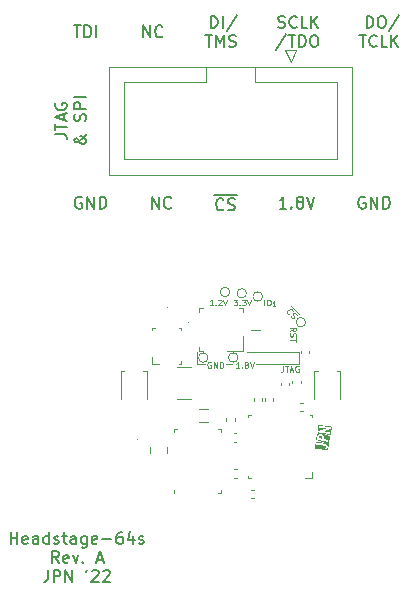
<source format=gto>
%TF.GenerationSoftware,KiCad,Pcbnew,(6.0.0)*%
%TF.CreationDate,2022-01-25T07:30:51-08:00*%
%TF.ProjectId,headstage-64s,68656164-7374-4616-9765-2d3634732e6b,A*%
%TF.SameCoordinates,Original*%
%TF.FileFunction,Legend,Top*%
%TF.FilePolarity,Positive*%
%FSLAX46Y46*%
G04 Gerber Fmt 4.6, Leading zero omitted, Abs format (unit mm)*
G04 Created by KiCad (PCBNEW (6.0.0)) date 2022-01-25 07:30:51*
%MOMM*%
%LPD*%
G01*
G04 APERTURE LIST*
%ADD10C,0.150000*%
%ADD11C,0.120000*%
%ADD12C,0.125000*%
%ADD13C,0.200000*%
G04 APERTURE END LIST*
D10*
X104880952Y-75342380D02*
X104880952Y-74342380D01*
X104880952Y-74818571D02*
X105452380Y-74818571D01*
X105452380Y-75342380D02*
X105452380Y-74342380D01*
X106309523Y-75294761D02*
X106214285Y-75342380D01*
X106023809Y-75342380D01*
X105928571Y-75294761D01*
X105880952Y-75199523D01*
X105880952Y-74818571D01*
X105928571Y-74723333D01*
X106023809Y-74675714D01*
X106214285Y-74675714D01*
X106309523Y-74723333D01*
X106357142Y-74818571D01*
X106357142Y-74913809D01*
X105880952Y-75009047D01*
X107214285Y-75342380D02*
X107214285Y-74818571D01*
X107166666Y-74723333D01*
X107071428Y-74675714D01*
X106880952Y-74675714D01*
X106785714Y-74723333D01*
X107214285Y-75294761D02*
X107119047Y-75342380D01*
X106880952Y-75342380D01*
X106785714Y-75294761D01*
X106738095Y-75199523D01*
X106738095Y-75104285D01*
X106785714Y-75009047D01*
X106880952Y-74961428D01*
X107119047Y-74961428D01*
X107214285Y-74913809D01*
X108119047Y-75342380D02*
X108119047Y-74342380D01*
X108119047Y-75294761D02*
X108023809Y-75342380D01*
X107833333Y-75342380D01*
X107738095Y-75294761D01*
X107690476Y-75247142D01*
X107642857Y-75151904D01*
X107642857Y-74866190D01*
X107690476Y-74770952D01*
X107738095Y-74723333D01*
X107833333Y-74675714D01*
X108023809Y-74675714D01*
X108119047Y-74723333D01*
X108547619Y-75294761D02*
X108642857Y-75342380D01*
X108833333Y-75342380D01*
X108928571Y-75294761D01*
X108976190Y-75199523D01*
X108976190Y-75151904D01*
X108928571Y-75056666D01*
X108833333Y-75009047D01*
X108690476Y-75009047D01*
X108595238Y-74961428D01*
X108547619Y-74866190D01*
X108547619Y-74818571D01*
X108595238Y-74723333D01*
X108690476Y-74675714D01*
X108833333Y-74675714D01*
X108928571Y-74723333D01*
X109261904Y-74675714D02*
X109642857Y-74675714D01*
X109404761Y-74342380D02*
X109404761Y-75199523D01*
X109452380Y-75294761D01*
X109547619Y-75342380D01*
X109642857Y-75342380D01*
X110404761Y-75342380D02*
X110404761Y-74818571D01*
X110357142Y-74723333D01*
X110261904Y-74675714D01*
X110071428Y-74675714D01*
X109976190Y-74723333D01*
X110404761Y-75294761D02*
X110309523Y-75342380D01*
X110071428Y-75342380D01*
X109976190Y-75294761D01*
X109928571Y-75199523D01*
X109928571Y-75104285D01*
X109976190Y-75009047D01*
X110071428Y-74961428D01*
X110309523Y-74961428D01*
X110404761Y-74913809D01*
X111309523Y-74675714D02*
X111309523Y-75485238D01*
X111261904Y-75580476D01*
X111214285Y-75628095D01*
X111119047Y-75675714D01*
X110976190Y-75675714D01*
X110880952Y-75628095D01*
X111309523Y-75294761D02*
X111214285Y-75342380D01*
X111023809Y-75342380D01*
X110928571Y-75294761D01*
X110880952Y-75247142D01*
X110833333Y-75151904D01*
X110833333Y-74866190D01*
X110880952Y-74770952D01*
X110928571Y-74723333D01*
X111023809Y-74675714D01*
X111214285Y-74675714D01*
X111309523Y-74723333D01*
X112166666Y-75294761D02*
X112071428Y-75342380D01*
X111880952Y-75342380D01*
X111785714Y-75294761D01*
X111738095Y-75199523D01*
X111738095Y-74818571D01*
X111785714Y-74723333D01*
X111880952Y-74675714D01*
X112071428Y-74675714D01*
X112166666Y-74723333D01*
X112214285Y-74818571D01*
X112214285Y-74913809D01*
X111738095Y-75009047D01*
X112642857Y-74961428D02*
X113404761Y-74961428D01*
X114309523Y-74342380D02*
X114119047Y-74342380D01*
X114023809Y-74390000D01*
X113976190Y-74437619D01*
X113880952Y-74580476D01*
X113833333Y-74770952D01*
X113833333Y-75151904D01*
X113880952Y-75247142D01*
X113928571Y-75294761D01*
X114023809Y-75342380D01*
X114214285Y-75342380D01*
X114309523Y-75294761D01*
X114357142Y-75247142D01*
X114404761Y-75151904D01*
X114404761Y-74913809D01*
X114357142Y-74818571D01*
X114309523Y-74770952D01*
X114214285Y-74723333D01*
X114023809Y-74723333D01*
X113928571Y-74770952D01*
X113880952Y-74818571D01*
X113833333Y-74913809D01*
X115261904Y-74675714D02*
X115261904Y-75342380D01*
X115023809Y-74294761D02*
X114785714Y-75009047D01*
X115404761Y-75009047D01*
X115738095Y-75294761D02*
X115833333Y-75342380D01*
X116023809Y-75342380D01*
X116119047Y-75294761D01*
X116166666Y-75199523D01*
X116166666Y-75151904D01*
X116119047Y-75056666D01*
X116023809Y-75009047D01*
X115880952Y-75009047D01*
X115785714Y-74961428D01*
X115738095Y-74866190D01*
X115738095Y-74818571D01*
X115785714Y-74723333D01*
X115880952Y-74675714D01*
X116023809Y-74675714D01*
X116119047Y-74723333D01*
X108952380Y-76952380D02*
X108619047Y-76476190D01*
X108380952Y-76952380D02*
X108380952Y-75952380D01*
X108761904Y-75952380D01*
X108857142Y-76000000D01*
X108904761Y-76047619D01*
X108952380Y-76142857D01*
X108952380Y-76285714D01*
X108904761Y-76380952D01*
X108857142Y-76428571D01*
X108761904Y-76476190D01*
X108380952Y-76476190D01*
X109761904Y-76904761D02*
X109666666Y-76952380D01*
X109476190Y-76952380D01*
X109380952Y-76904761D01*
X109333333Y-76809523D01*
X109333333Y-76428571D01*
X109380952Y-76333333D01*
X109476190Y-76285714D01*
X109666666Y-76285714D01*
X109761904Y-76333333D01*
X109809523Y-76428571D01*
X109809523Y-76523809D01*
X109333333Y-76619047D01*
X110142857Y-76285714D02*
X110380952Y-76952380D01*
X110619047Y-76285714D01*
X111000000Y-76857142D02*
X111047619Y-76904761D01*
X111000000Y-76952380D01*
X110952380Y-76904761D01*
X111000000Y-76857142D01*
X111000000Y-76952380D01*
X112190476Y-76666666D02*
X112666666Y-76666666D01*
X112095238Y-76952380D02*
X112428571Y-75952380D01*
X112761904Y-76952380D01*
X108047619Y-77562380D02*
X108047619Y-78276666D01*
X108000000Y-78419523D01*
X107904761Y-78514761D01*
X107761904Y-78562380D01*
X107666666Y-78562380D01*
X108523809Y-78562380D02*
X108523809Y-77562380D01*
X108904761Y-77562380D01*
X109000000Y-77610000D01*
X109047619Y-77657619D01*
X109095238Y-77752857D01*
X109095238Y-77895714D01*
X109047619Y-77990952D01*
X109000000Y-78038571D01*
X108904761Y-78086190D01*
X108523809Y-78086190D01*
X109523809Y-78562380D02*
X109523809Y-77562380D01*
X110095238Y-78562380D01*
X110095238Y-77562380D01*
X111380952Y-77562380D02*
X111285714Y-77752857D01*
X111761904Y-77657619D02*
X111809523Y-77610000D01*
X111904761Y-77562380D01*
X112142857Y-77562380D01*
X112238095Y-77610000D01*
X112285714Y-77657619D01*
X112333333Y-77752857D01*
X112333333Y-77848095D01*
X112285714Y-77990952D01*
X111714285Y-78562380D01*
X112333333Y-78562380D01*
X112714285Y-77657619D02*
X112761904Y-77610000D01*
X112857142Y-77562380D01*
X113095238Y-77562380D01*
X113190476Y-77610000D01*
X113238095Y-77657619D01*
X113285714Y-77752857D01*
X113285714Y-77848095D01*
X113238095Y-77990952D01*
X112666666Y-78562380D01*
X113285714Y-78562380D01*
D11*
X123650000Y-60100000D02*
X123110000Y-60100000D01*
X121300000Y-60100000D02*
X120700000Y-60100000D01*
X125675000Y-60100000D02*
X129280000Y-60100000D01*
X124900000Y-59100000D02*
X129280000Y-59100000D01*
X129280000Y-59100000D02*
X129280000Y-60100000D01*
X120700000Y-60100000D02*
X120700000Y-59100000D01*
D12*
X124251428Y-60446190D02*
X123965714Y-60446190D01*
X124108571Y-60446190D02*
X124108571Y-59946190D01*
X124060952Y-60017619D01*
X124013333Y-60065238D01*
X123965714Y-60089047D01*
X124465714Y-60398571D02*
X124489523Y-60422380D01*
X124465714Y-60446190D01*
X124441904Y-60422380D01*
X124465714Y-60398571D01*
X124465714Y-60446190D01*
X124775238Y-60160476D02*
X124727619Y-60136666D01*
X124703809Y-60112857D01*
X124680000Y-60065238D01*
X124680000Y-60041428D01*
X124703809Y-59993809D01*
X124727619Y-59970000D01*
X124775238Y-59946190D01*
X124870476Y-59946190D01*
X124918095Y-59970000D01*
X124941904Y-59993809D01*
X124965714Y-60041428D01*
X124965714Y-60065238D01*
X124941904Y-60112857D01*
X124918095Y-60136666D01*
X124870476Y-60160476D01*
X124775238Y-60160476D01*
X124727619Y-60184285D01*
X124703809Y-60208095D01*
X124680000Y-60255714D01*
X124680000Y-60350952D01*
X124703809Y-60398571D01*
X124727619Y-60422380D01*
X124775238Y-60446190D01*
X124870476Y-60446190D01*
X124918095Y-60422380D01*
X124941904Y-60398571D01*
X124965714Y-60350952D01*
X124965714Y-60255714D01*
X124941904Y-60208095D01*
X124918095Y-60184285D01*
X124870476Y-60160476D01*
X125108571Y-59946190D02*
X125275238Y-60446190D01*
X125441904Y-59946190D01*
X121819047Y-59960000D02*
X121771428Y-59936190D01*
X121700000Y-59936190D01*
X121628571Y-59960000D01*
X121580952Y-60007619D01*
X121557142Y-60055238D01*
X121533333Y-60150476D01*
X121533333Y-60221904D01*
X121557142Y-60317142D01*
X121580952Y-60364761D01*
X121628571Y-60412380D01*
X121700000Y-60436190D01*
X121747619Y-60436190D01*
X121819047Y-60412380D01*
X121842857Y-60388571D01*
X121842857Y-60221904D01*
X121747619Y-60221904D01*
X122057142Y-60436190D02*
X122057142Y-59936190D01*
X122342857Y-60436190D01*
X122342857Y-59936190D01*
X122580952Y-60436190D02*
X122580952Y-59936190D01*
X122700000Y-59936190D01*
X122771428Y-59960000D01*
X122819047Y-60007619D01*
X122842857Y-60055238D01*
X122866666Y-60150476D01*
X122866666Y-60221904D01*
X122842857Y-60317142D01*
X122819047Y-60364761D01*
X122771428Y-60412380D01*
X122700000Y-60436190D01*
X122580952Y-60436190D01*
D11*
X124130000Y-59560000D02*
G75*
G03*
X124130000Y-59560000I-400000J0D01*
G01*
X121590000Y-59570000D02*
G75*
G03*
X121590000Y-59570000I-400000J0D01*
G01*
D13*
X128225236Y-46952380D02*
X127653808Y-46952380D01*
X127939522Y-46952380D02*
X127939522Y-45952380D01*
X127844284Y-46095238D01*
X127749046Y-46190476D01*
X127653808Y-46238095D01*
X128653808Y-46857142D02*
X128701427Y-46904761D01*
X128653808Y-46952380D01*
X128606189Y-46904761D01*
X128653808Y-46857142D01*
X128653808Y-46952380D01*
X129272855Y-46380952D02*
X129177617Y-46333333D01*
X129129998Y-46285714D01*
X129082379Y-46190476D01*
X129082379Y-46142857D01*
X129129998Y-46047619D01*
X129177617Y-46000000D01*
X129272855Y-45952380D01*
X129463332Y-45952380D01*
X129558570Y-46000000D01*
X129606189Y-46047619D01*
X129653808Y-46142857D01*
X129653808Y-46190476D01*
X129606189Y-46285714D01*
X129558570Y-46333333D01*
X129463332Y-46380952D01*
X129272855Y-46380952D01*
X129177617Y-46428571D01*
X129129998Y-46476190D01*
X129082379Y-46571428D01*
X129082379Y-46761904D01*
X129129998Y-46857142D01*
X129177617Y-46904761D01*
X129272855Y-46952380D01*
X129463332Y-46952380D01*
X129558570Y-46904761D01*
X129606189Y-46857142D01*
X129653808Y-46761904D01*
X129653808Y-46571428D01*
X129606189Y-46476190D01*
X129558570Y-46428571D01*
X129463332Y-46380952D01*
X129939522Y-45952380D02*
X130272855Y-46952380D01*
X130606189Y-45952380D01*
X116844285Y-46952380D02*
X116844285Y-45952380D01*
X117415713Y-46952380D01*
X117415713Y-45952380D01*
X118463332Y-46857142D02*
X118415713Y-46904761D01*
X118272856Y-46952380D01*
X118177618Y-46952380D01*
X118034761Y-46904761D01*
X117939523Y-46809523D01*
X117891904Y-46714285D01*
X117844285Y-46523809D01*
X117844285Y-46380952D01*
X117891904Y-46190476D01*
X117939523Y-46095238D01*
X118034761Y-46000000D01*
X118177618Y-45952380D01*
X118272856Y-45952380D01*
X118415713Y-46000000D01*
X118463332Y-46047619D01*
X122082380Y-45810000D02*
X123082380Y-45810000D01*
X122891903Y-46997142D02*
X122844284Y-47044761D01*
X122701427Y-47092380D01*
X122606189Y-47092380D01*
X122463332Y-47044761D01*
X122368094Y-46949523D01*
X122320475Y-46854285D01*
X122272856Y-46663809D01*
X122272856Y-46520952D01*
X122320475Y-46330476D01*
X122368094Y-46235238D01*
X122463332Y-46140000D01*
X122606189Y-46092380D01*
X122701427Y-46092380D01*
X122844284Y-46140000D01*
X122891903Y-46187619D01*
X123082380Y-45810000D02*
X124034760Y-45810000D01*
X123272856Y-47044761D02*
X123415713Y-47092380D01*
X123653808Y-47092380D01*
X123749046Y-47044761D01*
X123796665Y-46997142D01*
X123844284Y-46901904D01*
X123844284Y-46806666D01*
X123796665Y-46711428D01*
X123749046Y-46663809D01*
X123653808Y-46616190D01*
X123463332Y-46568571D01*
X123368094Y-46520952D01*
X123320475Y-46473333D01*
X123272856Y-46378095D01*
X123272856Y-46282857D01*
X123320475Y-46187619D01*
X123368094Y-46140000D01*
X123463332Y-46092380D01*
X123701427Y-46092380D01*
X123844284Y-46140000D01*
X134891904Y-46000000D02*
X134796666Y-45952380D01*
X134653809Y-45952380D01*
X134510952Y-46000000D01*
X134415714Y-46095238D01*
X134368095Y-46190476D01*
X134320476Y-46380952D01*
X134320476Y-46523809D01*
X134368095Y-46714285D01*
X134415714Y-46809523D01*
X134510952Y-46904761D01*
X134653809Y-46952380D01*
X134749047Y-46952380D01*
X134891904Y-46904761D01*
X134939523Y-46857142D01*
X134939523Y-46523809D01*
X134749047Y-46523809D01*
X135368095Y-46952380D02*
X135368095Y-45952380D01*
X135939523Y-46952380D01*
X135939523Y-45952380D01*
X136415714Y-46952380D02*
X136415714Y-45952380D01*
X136653809Y-45952380D01*
X136796666Y-46000000D01*
X136891904Y-46095238D01*
X136939523Y-46190476D01*
X136987142Y-46380952D01*
X136987142Y-46523809D01*
X136939523Y-46714285D01*
X136891904Y-46809523D01*
X136796666Y-46904761D01*
X136653809Y-46952380D01*
X136415714Y-46952380D01*
X135012857Y-31647380D02*
X135012857Y-30647380D01*
X135250952Y-30647380D01*
X135393809Y-30695000D01*
X135489047Y-30790238D01*
X135536666Y-30885476D01*
X135584285Y-31075952D01*
X135584285Y-31218809D01*
X135536666Y-31409285D01*
X135489047Y-31504523D01*
X135393809Y-31599761D01*
X135250952Y-31647380D01*
X135012857Y-31647380D01*
X136203333Y-30647380D02*
X136393809Y-30647380D01*
X136489047Y-30695000D01*
X136584285Y-30790238D01*
X136631904Y-30980714D01*
X136631904Y-31314047D01*
X136584285Y-31504523D01*
X136489047Y-31599761D01*
X136393809Y-31647380D01*
X136203333Y-31647380D01*
X136108095Y-31599761D01*
X136012857Y-31504523D01*
X135965238Y-31314047D01*
X135965238Y-30980714D01*
X136012857Y-30790238D01*
X136108095Y-30695000D01*
X136203333Y-30647380D01*
X137774761Y-30599761D02*
X136917619Y-31885476D01*
X134393809Y-32257380D02*
X134965238Y-32257380D01*
X134679523Y-33257380D02*
X134679523Y-32257380D01*
X135870000Y-33162142D02*
X135822380Y-33209761D01*
X135679523Y-33257380D01*
X135584285Y-33257380D01*
X135441428Y-33209761D01*
X135346190Y-33114523D01*
X135298571Y-33019285D01*
X135250952Y-32828809D01*
X135250952Y-32685952D01*
X135298571Y-32495476D01*
X135346190Y-32400238D01*
X135441428Y-32305000D01*
X135584285Y-32257380D01*
X135679523Y-32257380D01*
X135822380Y-32305000D01*
X135870000Y-32352619D01*
X136774761Y-33257380D02*
X136298571Y-33257380D01*
X136298571Y-32257380D01*
X137108095Y-33257380D02*
X137108095Y-32257380D01*
X137679523Y-33257380D02*
X137250952Y-32685952D01*
X137679523Y-32257380D02*
X137108095Y-32828809D01*
X108647380Y-40666666D02*
X109361666Y-40666666D01*
X109504523Y-40714285D01*
X109599761Y-40809523D01*
X109647380Y-40952380D01*
X109647380Y-41047619D01*
X108647380Y-40333333D02*
X108647380Y-39761904D01*
X109647380Y-40047619D02*
X108647380Y-40047619D01*
X109361666Y-39476190D02*
X109361666Y-39000000D01*
X109647380Y-39571428D02*
X108647380Y-39238095D01*
X109647380Y-38904761D01*
X108695000Y-38047619D02*
X108647380Y-38142857D01*
X108647380Y-38285714D01*
X108695000Y-38428571D01*
X108790238Y-38523809D01*
X108885476Y-38571428D01*
X109075952Y-38619047D01*
X109218809Y-38619047D01*
X109409285Y-38571428D01*
X109504523Y-38523809D01*
X109599761Y-38428571D01*
X109647380Y-38285714D01*
X109647380Y-38190476D01*
X109599761Y-38047619D01*
X109552142Y-38000000D01*
X109218809Y-38000000D01*
X109218809Y-38190476D01*
X111257380Y-40666666D02*
X111257380Y-40714285D01*
X111209761Y-40809523D01*
X111066904Y-40952380D01*
X110781190Y-41190476D01*
X110638333Y-41285714D01*
X110495476Y-41333333D01*
X110400238Y-41333333D01*
X110305000Y-41285714D01*
X110257380Y-41190476D01*
X110257380Y-41142857D01*
X110305000Y-41047619D01*
X110400238Y-41000000D01*
X110447857Y-41000000D01*
X110543095Y-41047619D01*
X110590714Y-41095238D01*
X110781190Y-41380952D01*
X110828809Y-41428571D01*
X110924047Y-41476190D01*
X111066904Y-41476190D01*
X111162142Y-41428571D01*
X111209761Y-41380952D01*
X111257380Y-41285714D01*
X111257380Y-41142857D01*
X111209761Y-41047619D01*
X111162142Y-41000000D01*
X110971666Y-40857142D01*
X110828809Y-40809523D01*
X110733571Y-40809523D01*
X111209761Y-39523809D02*
X111257380Y-39380952D01*
X111257380Y-39142857D01*
X111209761Y-39047619D01*
X111162142Y-39000000D01*
X111066904Y-38952380D01*
X110971666Y-38952380D01*
X110876428Y-39000000D01*
X110828809Y-39047619D01*
X110781190Y-39142857D01*
X110733571Y-39333333D01*
X110685952Y-39428571D01*
X110638333Y-39476190D01*
X110543095Y-39523809D01*
X110447857Y-39523809D01*
X110352619Y-39476190D01*
X110305000Y-39428571D01*
X110257380Y-39333333D01*
X110257380Y-39095238D01*
X110305000Y-38952380D01*
X111257380Y-38523809D02*
X110257380Y-38523809D01*
X110257380Y-38142857D01*
X110305000Y-38047619D01*
X110352619Y-38000000D01*
X110447857Y-37952380D01*
X110590714Y-37952380D01*
X110685952Y-38000000D01*
X110733571Y-38047619D01*
X110781190Y-38142857D01*
X110781190Y-38523809D01*
X111257380Y-37523809D02*
X110257380Y-37523809D01*
X116106904Y-32452380D02*
X116106904Y-31452380D01*
X116678332Y-32452380D01*
X116678332Y-31452380D01*
X117725951Y-32357142D02*
X117678332Y-32404761D01*
X117535475Y-32452380D01*
X117440237Y-32452380D01*
X117297380Y-32404761D01*
X117202142Y-32309523D01*
X117154523Y-32214285D01*
X117106904Y-32023809D01*
X117106904Y-31880952D01*
X117154523Y-31690476D01*
X117202142Y-31595238D01*
X117297380Y-31500000D01*
X117440237Y-31452380D01*
X117535475Y-31452380D01*
X117678332Y-31500000D01*
X117725951Y-31547619D01*
X110891904Y-46000000D02*
X110796666Y-45952380D01*
X110653809Y-45952380D01*
X110510952Y-46000000D01*
X110415714Y-46095238D01*
X110368095Y-46190476D01*
X110320476Y-46380952D01*
X110320476Y-46523809D01*
X110368095Y-46714285D01*
X110415714Y-46809523D01*
X110510952Y-46904761D01*
X110653809Y-46952380D01*
X110749047Y-46952380D01*
X110891904Y-46904761D01*
X110939523Y-46857142D01*
X110939523Y-46523809D01*
X110749047Y-46523809D01*
X111368095Y-46952380D02*
X111368095Y-45952380D01*
X111939523Y-46952380D01*
X111939523Y-45952380D01*
X112415714Y-46952380D02*
X112415714Y-45952380D01*
X112653809Y-45952380D01*
X112796666Y-46000000D01*
X112891904Y-46095238D01*
X112939523Y-46190476D01*
X112987142Y-46380952D01*
X112987142Y-46523809D01*
X112939523Y-46714285D01*
X112891904Y-46809523D01*
X112796666Y-46904761D01*
X112653809Y-46952380D01*
X112415714Y-46952380D01*
X121824760Y-31647380D02*
X121824760Y-30647380D01*
X122062855Y-30647380D01*
X122205713Y-30695000D01*
X122300951Y-30790238D01*
X122348570Y-30885476D01*
X122396189Y-31075952D01*
X122396189Y-31218809D01*
X122348570Y-31409285D01*
X122300951Y-31504523D01*
X122205713Y-31599761D01*
X122062855Y-31647380D01*
X121824760Y-31647380D01*
X122824760Y-31647380D02*
X122824760Y-30647380D01*
X124015236Y-30599761D02*
X123158094Y-31885476D01*
X121348570Y-32257380D02*
X121919998Y-32257380D01*
X121634284Y-33257380D02*
X121634284Y-32257380D01*
X122253332Y-33257380D02*
X122253332Y-32257380D01*
X122586665Y-32971666D01*
X122919998Y-32257380D01*
X122919998Y-33257380D01*
X123348570Y-33209761D02*
X123491427Y-33257380D01*
X123729522Y-33257380D01*
X123824760Y-33209761D01*
X123872379Y-33162142D01*
X123919998Y-33066904D01*
X123919998Y-32971666D01*
X123872379Y-32876428D01*
X123824760Y-32828809D01*
X123729522Y-32781190D01*
X123539046Y-32733571D01*
X123443808Y-32685952D01*
X123396189Y-32638333D01*
X123348570Y-32543095D01*
X123348570Y-32447857D01*
X123396189Y-32352619D01*
X123443808Y-32305000D01*
X123539046Y-32257380D01*
X123777141Y-32257380D01*
X123919998Y-32305000D01*
X127533093Y-31599761D02*
X127675950Y-31647380D01*
X127914045Y-31647380D01*
X128009283Y-31599761D01*
X128056902Y-31552142D01*
X128104522Y-31456904D01*
X128104522Y-31361666D01*
X128056902Y-31266428D01*
X128009283Y-31218809D01*
X127914045Y-31171190D01*
X127723569Y-31123571D01*
X127628331Y-31075952D01*
X127580712Y-31028333D01*
X127533093Y-30933095D01*
X127533093Y-30837857D01*
X127580712Y-30742619D01*
X127628331Y-30695000D01*
X127723569Y-30647380D01*
X127961664Y-30647380D01*
X128104522Y-30695000D01*
X129104522Y-31552142D02*
X129056902Y-31599761D01*
X128914045Y-31647380D01*
X128818807Y-31647380D01*
X128675950Y-31599761D01*
X128580712Y-31504523D01*
X128533093Y-31409285D01*
X128485474Y-31218809D01*
X128485474Y-31075952D01*
X128533093Y-30885476D01*
X128580712Y-30790238D01*
X128675950Y-30695000D01*
X128818807Y-30647380D01*
X128914045Y-30647380D01*
X129056902Y-30695000D01*
X129104522Y-30742619D01*
X130009283Y-31647380D02*
X129533093Y-31647380D01*
X129533093Y-30647380D01*
X130342617Y-31647380D02*
X130342617Y-30647380D01*
X130914045Y-31647380D02*
X130485474Y-31075952D01*
X130914045Y-30647380D02*
X130342617Y-31218809D01*
X128199760Y-32209761D02*
X127342617Y-33495476D01*
X128390236Y-32257380D02*
X128961664Y-32257380D01*
X128675950Y-33257380D02*
X128675950Y-32257380D01*
X129294998Y-33257380D02*
X129294998Y-32257380D01*
X129533093Y-32257380D01*
X129675950Y-32305000D01*
X129771188Y-32400238D01*
X129818807Y-32495476D01*
X129866426Y-32685952D01*
X129866426Y-32828809D01*
X129818807Y-33019285D01*
X129771188Y-33114523D01*
X129675950Y-33209761D01*
X129533093Y-33257380D01*
X129294998Y-33257380D01*
X130485474Y-32257380D02*
X130675950Y-32257380D01*
X130771188Y-32305000D01*
X130866426Y-32400238D01*
X130914045Y-32590714D01*
X130914045Y-32924047D01*
X130866426Y-33114523D01*
X130771188Y-33209761D01*
X130675950Y-33257380D01*
X130485474Y-33257380D01*
X130390236Y-33209761D01*
X130294998Y-33114523D01*
X130247379Y-32924047D01*
X130247379Y-32590714D01*
X130294998Y-32400238D01*
X130390236Y-32305000D01*
X130485474Y-32257380D01*
X110227142Y-31452380D02*
X110798571Y-31452380D01*
X110512857Y-32452380D02*
X110512857Y-31452380D01*
X111131904Y-32452380D02*
X111131904Y-31452380D01*
X111370000Y-31452380D01*
X111512857Y-31500000D01*
X111608095Y-31595238D01*
X111655714Y-31690476D01*
X111703333Y-31880952D01*
X111703333Y-32023809D01*
X111655714Y-32214285D01*
X111608095Y-32309523D01*
X111512857Y-32404761D01*
X111370000Y-32452380D01*
X111131904Y-32452380D01*
X112131904Y-32452380D02*
X112131904Y-31452380D01*
D12*
X126340297Y-55156190D02*
X126340297Y-54656190D01*
X126673630Y-54656190D02*
X126768869Y-54656190D01*
X126816488Y-54680000D01*
X126864107Y-54727619D01*
X126887916Y-54822857D01*
X126887916Y-54989523D01*
X126864107Y-55084761D01*
X126816488Y-55132380D01*
X126768869Y-55156190D01*
X126673630Y-55156190D01*
X126626011Y-55132380D01*
X126578392Y-55084761D01*
X126554583Y-54989523D01*
X126554583Y-54822857D01*
X126578392Y-54727619D01*
X126626011Y-54680000D01*
X126673630Y-54656190D01*
X127287916Y-55210952D02*
X127059345Y-55210952D01*
X127173630Y-55210952D02*
X127173630Y-54810952D01*
X127135535Y-54868095D01*
X127097440Y-54906190D01*
X127059345Y-54925238D01*
X127943154Y-60276190D02*
X127943154Y-60633333D01*
X127919345Y-60704761D01*
X127871726Y-60752380D01*
X127800297Y-60776190D01*
X127752678Y-60776190D01*
X128109821Y-60276190D02*
X128395535Y-60276190D01*
X128252678Y-60776190D02*
X128252678Y-60276190D01*
X128538392Y-60633333D02*
X128776488Y-60633333D01*
X128490773Y-60776190D02*
X128657440Y-60276190D01*
X128824107Y-60776190D01*
X129252678Y-60300000D02*
X129205059Y-60276190D01*
X129133630Y-60276190D01*
X129062202Y-60300000D01*
X129014583Y-60347619D01*
X128990773Y-60395238D01*
X128966964Y-60490476D01*
X128966964Y-60561904D01*
X128990773Y-60657142D01*
X129014583Y-60704761D01*
X129062202Y-60752380D01*
X129133630Y-60776190D01*
X129181250Y-60776190D01*
X129252678Y-60752380D01*
X129276488Y-60728571D01*
X129276488Y-60561904D01*
X129181250Y-60561904D01*
X128533809Y-57316011D02*
X128771904Y-57149345D01*
X128533809Y-57030297D02*
X129033809Y-57030297D01*
X129033809Y-57220773D01*
X129010000Y-57268392D01*
X128986190Y-57292202D01*
X128938571Y-57316011D01*
X128867142Y-57316011D01*
X128819523Y-57292202D01*
X128795714Y-57268392D01*
X128771904Y-57220773D01*
X128771904Y-57030297D01*
X128557619Y-57506488D02*
X128533809Y-57577916D01*
X128533809Y-57696964D01*
X128557619Y-57744583D01*
X128581428Y-57768392D01*
X128629047Y-57792202D01*
X128676666Y-57792202D01*
X128724285Y-57768392D01*
X128748095Y-57744583D01*
X128771904Y-57696964D01*
X128795714Y-57601726D01*
X128819523Y-57554107D01*
X128843333Y-57530297D01*
X128890952Y-57506488D01*
X128938571Y-57506488D01*
X128986190Y-57530297D01*
X129010000Y-57554107D01*
X129033809Y-57601726D01*
X129033809Y-57720773D01*
X129010000Y-57792202D01*
X129033809Y-57935059D02*
X129033809Y-58220773D01*
X128533809Y-58077916D02*
X129033809Y-58077916D01*
X123751904Y-54656190D02*
X124061428Y-54656190D01*
X123894761Y-54846666D01*
X123966190Y-54846666D01*
X124013809Y-54870476D01*
X124037619Y-54894285D01*
X124061428Y-54941904D01*
X124061428Y-55060952D01*
X124037619Y-55108571D01*
X124013809Y-55132380D01*
X123966190Y-55156190D01*
X123823333Y-55156190D01*
X123775714Y-55132380D01*
X123751904Y-55108571D01*
X124275714Y-55108571D02*
X124299523Y-55132380D01*
X124275714Y-55156190D01*
X124251904Y-55132380D01*
X124275714Y-55108571D01*
X124275714Y-55156190D01*
X124466190Y-54656190D02*
X124775714Y-54656190D01*
X124609047Y-54846666D01*
X124680476Y-54846666D01*
X124728095Y-54870476D01*
X124751904Y-54894285D01*
X124775714Y-54941904D01*
X124775714Y-55060952D01*
X124751904Y-55108571D01*
X124728095Y-55132380D01*
X124680476Y-55156190D01*
X124537619Y-55156190D01*
X124490000Y-55132380D01*
X124466190Y-55108571D01*
X124918571Y-54656190D02*
X125085238Y-55156190D01*
X125251904Y-54656190D01*
X122031428Y-55156190D02*
X121745714Y-55156190D01*
X121888571Y-55156190D02*
X121888571Y-54656190D01*
X121840952Y-54727619D01*
X121793333Y-54775238D01*
X121745714Y-54799047D01*
X122245714Y-55108571D02*
X122269523Y-55132380D01*
X122245714Y-55156190D01*
X122221904Y-55132380D01*
X122245714Y-55108571D01*
X122245714Y-55156190D01*
X122460000Y-54703809D02*
X122483809Y-54680000D01*
X122531428Y-54656190D01*
X122650476Y-54656190D01*
X122698095Y-54680000D01*
X122721904Y-54703809D01*
X122745714Y-54751428D01*
X122745714Y-54799047D01*
X122721904Y-54870476D01*
X122436190Y-55156190D01*
X122745714Y-55156190D01*
X122888571Y-54656190D02*
X123055238Y-55156190D01*
X123221904Y-54656190D01*
X128598313Y-55211415D02*
X128951867Y-55564968D01*
X128464805Y-55917343D02*
X128431133Y-55917343D01*
X128363790Y-55883671D01*
X128330118Y-55850000D01*
X128296446Y-55782656D01*
X128296446Y-55715312D01*
X128313282Y-55664805D01*
X128363790Y-55580625D01*
X128414297Y-55530118D01*
X128498477Y-55479610D01*
X128548984Y-55462774D01*
X128616328Y-55462774D01*
X128683671Y-55496446D01*
X128717343Y-55530118D01*
X128751015Y-55597461D01*
X128751015Y-55631133D01*
X128951867Y-55564968D02*
X129288584Y-55901686D01*
X128582656Y-56068866D02*
X128616328Y-56136209D01*
X128700507Y-56220389D01*
X128751015Y-56237225D01*
X128784687Y-56237225D01*
X128835194Y-56220389D01*
X128868866Y-56186717D01*
X128885702Y-56136209D01*
X128885702Y-56102538D01*
X128868866Y-56052030D01*
X128818358Y-55967851D01*
X128801522Y-55917343D01*
X128801522Y-55883671D01*
X128818358Y-55833164D01*
X128852030Y-55799492D01*
X128902538Y-55782656D01*
X128936209Y-55782656D01*
X128986717Y-55799492D01*
X129070896Y-55883671D01*
X129104568Y-55951015D01*
D10*
%TO.C,*%
%TO.C,G\u002A\u002A\u002A*%
G36*
X131088987Y-66194246D02*
G01*
X131100123Y-66195729D01*
X131115305Y-66198648D01*
X131136104Y-66203162D01*
X131144159Y-66204960D01*
X131176608Y-66212883D01*
X131202204Y-66220869D01*
X131221968Y-66229566D01*
X131236921Y-66239620D01*
X131248083Y-66251677D01*
X131256476Y-66266387D01*
X131261501Y-66279352D01*
X131264980Y-66292627D01*
X131266436Y-66306875D01*
X131265769Y-66323541D01*
X131262877Y-66344073D01*
X131257659Y-66369914D01*
X131254063Y-66385630D01*
X131249833Y-66402936D01*
X131246055Y-66417130D01*
X131243175Y-66426613D01*
X131241749Y-66429786D01*
X131237656Y-66429155D01*
X131226863Y-66426974D01*
X131210359Y-66423467D01*
X131189139Y-66418855D01*
X131164198Y-66413359D01*
X131136525Y-66407201D01*
X131107114Y-66400604D01*
X131076958Y-66393787D01*
X131047050Y-66386973D01*
X131018383Y-66380383D01*
X130991950Y-66374241D01*
X130972736Y-66369717D01*
X130970544Y-66365210D01*
X130971029Y-66353535D01*
X130974150Y-66334937D01*
X130979868Y-66309661D01*
X130986670Y-66283374D01*
X130996198Y-66254555D01*
X131007819Y-66232513D01*
X131022457Y-66216216D01*
X131041037Y-66204632D01*
X131064153Y-66196808D01*
X131072572Y-66194946D01*
X131080326Y-66194039D01*
X131088987Y-66194246D01*
G37*
G36*
X131502478Y-67380469D02*
G01*
X131452016Y-67375419D01*
X131399109Y-67370101D01*
X131344301Y-67364571D01*
X131288131Y-67358885D01*
X131231140Y-67353098D01*
X131173868Y-67347265D01*
X131116856Y-67341440D01*
X131060645Y-67335679D01*
X131005773Y-67330037D01*
X130952783Y-67324569D01*
X130902216Y-67319330D01*
X130854610Y-67314375D01*
X130810508Y-67309758D01*
X130770448Y-67305537D01*
X130734973Y-67301765D01*
X130704623Y-67298496D01*
X130679936Y-67295787D01*
X130661456Y-67293692D01*
X130649721Y-67292266D01*
X130645273Y-67291566D01*
X130645251Y-67291550D01*
X130645164Y-67287032D01*
X130645882Y-67275448D01*
X130647326Y-67257544D01*
X130649418Y-67234065D01*
X130652079Y-67205757D01*
X130655228Y-67173362D01*
X130658789Y-67137629D01*
X130662680Y-67099301D01*
X130666825Y-67059124D01*
X130671143Y-67017842D01*
X130675555Y-66976203D01*
X130679983Y-66934949D01*
X130684347Y-66894826D01*
X130688199Y-66859935D01*
X130723878Y-66859935D01*
X130728803Y-66882502D01*
X130740150Y-66902869D01*
X130756017Y-66918299D01*
X130774917Y-66932067D01*
X131095525Y-66976458D01*
X131160406Y-66985442D01*
X131217932Y-66993416D01*
X131268569Y-67000456D01*
X131312782Y-67006635D01*
X131351037Y-67012031D01*
X131383799Y-67016718D01*
X131411535Y-67020769D01*
X131434709Y-67024262D01*
X131453786Y-67027270D01*
X131469234Y-67029869D01*
X131481518Y-67032134D01*
X131491102Y-67034140D01*
X131498453Y-67035962D01*
X131504036Y-67037676D01*
X131508318Y-67039356D01*
X131511762Y-67041077D01*
X131514837Y-67042915D01*
X131517261Y-67044469D01*
X131528092Y-67053601D01*
X131539246Y-67066343D01*
X131545068Y-67074761D01*
X131556573Y-67100662D01*
X131560577Y-67127478D01*
X131557133Y-67154076D01*
X131546294Y-67179316D01*
X131539821Y-67188879D01*
X131531008Y-67205029D01*
X131525336Y-67224483D01*
X131523469Y-67244003D01*
X131525557Y-67258858D01*
X131533522Y-67276220D01*
X131545303Y-67292544D01*
X131558680Y-67304941D01*
X131563097Y-67307694D01*
X131583584Y-67314797D01*
X131606606Y-67316582D01*
X131628786Y-67312950D01*
X131636901Y-67309851D01*
X131651038Y-67300396D01*
X131666265Y-67285486D01*
X131680973Y-67267083D01*
X131693550Y-67247152D01*
X131700706Y-67232150D01*
X131706822Y-67213120D01*
X131712375Y-67189152D01*
X131716894Y-67163116D01*
X131719904Y-67137878D01*
X131720932Y-67116307D01*
X131720765Y-67110640D01*
X131715183Y-67070736D01*
X131702801Y-67033020D01*
X131683160Y-66996228D01*
X131675203Y-66984351D01*
X131649745Y-66952940D01*
X131645234Y-66947373D01*
X131612342Y-66917689D01*
X131576406Y-66895209D01*
X131537302Y-66879845D01*
X131527773Y-66877289D01*
X131518868Y-66875517D01*
X131503070Y-66872838D01*
X131481064Y-66869348D01*
X131453538Y-66865140D01*
X131421177Y-66860312D01*
X131384668Y-66854957D01*
X131344697Y-66849172D01*
X131301951Y-66843052D01*
X131257118Y-66836693D01*
X131210881Y-66830188D01*
X131163929Y-66823633D01*
X131116947Y-66817125D01*
X131070623Y-66810758D01*
X131025642Y-66804628D01*
X130982691Y-66798830D01*
X130942457Y-66793458D01*
X130905624Y-66788609D01*
X130872882Y-66784378D01*
X130844915Y-66780860D01*
X130822411Y-66778150D01*
X130806055Y-66776345D01*
X130796534Y-66775537D01*
X130794724Y-66775519D01*
X130776690Y-66780160D01*
X130758377Y-66790313D01*
X130742525Y-66804193D01*
X130734635Y-66814702D01*
X130725710Y-66836793D01*
X130723878Y-66859935D01*
X130688199Y-66859935D01*
X130688569Y-66856581D01*
X130692569Y-66820957D01*
X130696270Y-66788700D01*
X130699591Y-66760556D01*
X130702454Y-66737269D01*
X130704779Y-66719585D01*
X130706488Y-66708248D01*
X130707503Y-66704004D01*
X130707518Y-66703996D01*
X130711989Y-66704141D01*
X130723787Y-66705048D01*
X130742386Y-66706663D01*
X130767261Y-66708938D01*
X130797885Y-66711820D01*
X130833733Y-66715260D01*
X130874278Y-66719205D01*
X130918994Y-66723607D01*
X130967355Y-66728414D01*
X131018836Y-66733575D01*
X131072908Y-66739038D01*
X131115968Y-66743419D01*
X131171577Y-66749072D01*
X131224929Y-66754458D01*
X131275505Y-66759525D01*
X131322784Y-66764223D01*
X131366250Y-66768501D01*
X131405382Y-66772309D01*
X131439662Y-66775599D01*
X131468570Y-66778318D01*
X131491587Y-66780417D01*
X131508195Y-66781844D01*
X131517874Y-66782552D01*
X131520281Y-66782570D01*
X131516651Y-66781113D01*
X131505983Y-66777410D01*
X131488758Y-66771618D01*
X131465460Y-66763894D01*
X131436571Y-66754395D01*
X131402573Y-66743280D01*
X131363950Y-66730705D01*
X131321183Y-66716827D01*
X131274755Y-66701806D01*
X131225149Y-66685796D01*
X131172846Y-66668956D01*
X131118330Y-66651443D01*
X131112158Y-66649463D01*
X131057400Y-66631888D01*
X131004783Y-66614982D01*
X130954788Y-66598901D01*
X130907901Y-66583802D01*
X130864608Y-66569842D01*
X130825390Y-66557177D01*
X130790734Y-66545964D01*
X130761123Y-66536359D01*
X130737042Y-66528521D01*
X130718974Y-66522602D01*
X130707406Y-66518762D01*
X130702820Y-66517156D01*
X130702763Y-66517123D01*
X130703786Y-66513246D01*
X130707040Y-66502460D01*
X130712329Y-66485373D01*
X130719465Y-66462591D01*
X130727165Y-66438171D01*
X130791444Y-66438171D01*
X130791481Y-66438713D01*
X130796144Y-66456341D01*
X130805951Y-66474237D01*
X130819053Y-66489739D01*
X130833600Y-66500186D01*
X130834478Y-66500594D01*
X130839900Y-66502187D01*
X130852419Y-66505372D01*
X130871420Y-66510009D01*
X130896298Y-66515959D01*
X130926441Y-66523084D01*
X130961241Y-66531243D01*
X131000089Y-66540297D01*
X131042374Y-66550107D01*
X131087489Y-66560533D01*
X131134823Y-66571437D01*
X131183767Y-66582680D01*
X131233711Y-66594121D01*
X131284048Y-66605622D01*
X131334165Y-66617043D01*
X131383455Y-66628245D01*
X131431309Y-66639089D01*
X131477118Y-66649434D01*
X131520271Y-66659143D01*
X131560158Y-66668076D01*
X131596171Y-66676093D01*
X131627702Y-66683056D01*
X131654140Y-66688824D01*
X131674875Y-66693259D01*
X131689300Y-66696222D01*
X131694828Y-66697262D01*
X131721756Y-66698734D01*
X131745188Y-66693182D01*
X131760905Y-66684140D01*
X131776732Y-66667538D01*
X131787272Y-66646607D01*
X131791811Y-66623456D01*
X131789638Y-66600191D01*
X131789492Y-66599626D01*
X131784797Y-66586397D01*
X131778720Y-66574702D01*
X131777253Y-66572605D01*
X131772807Y-66567090D01*
X131768073Y-66562254D01*
X131762347Y-66557870D01*
X131754930Y-66553712D01*
X131745119Y-66549554D01*
X131732212Y-66545169D01*
X131715509Y-66540331D01*
X131694309Y-66534815D01*
X131667908Y-66528393D01*
X131635607Y-66520840D01*
X131596703Y-66511929D01*
X131571075Y-66506103D01*
X131399886Y-66467243D01*
X131414469Y-66397432D01*
X131420025Y-66370092D01*
X131423919Y-66348855D01*
X131426356Y-66332149D01*
X131427544Y-66318406D01*
X131427690Y-66306055D01*
X131427407Y-66299379D01*
X131421001Y-66255380D01*
X131407370Y-66213543D01*
X131387070Y-66174682D01*
X131360654Y-66139612D01*
X131328678Y-66109149D01*
X131291698Y-66084106D01*
X131274818Y-66075405D01*
X131260207Y-66069728D01*
X131239648Y-66063354D01*
X131215004Y-66056708D01*
X131188139Y-66050213D01*
X131160921Y-66044294D01*
X131135214Y-66039372D01*
X131112884Y-66035872D01*
X131095796Y-66034218D01*
X131093110Y-66034145D01*
X131048057Y-66037445D01*
X131005213Y-66047867D01*
X130965291Y-66064898D01*
X130955734Y-66070991D01*
X130929007Y-66088029D01*
X130897078Y-66116746D01*
X130870220Y-66150537D01*
X130849148Y-66188894D01*
X130838980Y-66215755D01*
X130833406Y-66234717D01*
X130827274Y-66257884D01*
X130820862Y-66283952D01*
X130814447Y-66311620D01*
X130808307Y-66339581D01*
X130802718Y-66366533D01*
X130797960Y-66391172D01*
X130794309Y-66412194D01*
X130792045Y-66428295D01*
X130791444Y-66438171D01*
X130727165Y-66438171D01*
X130728253Y-66434720D01*
X130738504Y-66402369D01*
X130750026Y-66366143D01*
X130762625Y-66326651D01*
X130776112Y-66284498D01*
X130785839Y-66254163D01*
X130799889Y-66210348D01*
X130813237Y-66168641D01*
X130825685Y-66129666D01*
X130837035Y-66094045D01*
X130847089Y-66062405D01*
X130855649Y-66035367D01*
X130862516Y-66013559D01*
X130867494Y-65997600D01*
X130870384Y-65988118D01*
X130871052Y-65985702D01*
X130868968Y-65979514D01*
X130863382Y-65977334D01*
X130854484Y-65975766D01*
X130870711Y-65849140D01*
X130918954Y-65849140D01*
X130925146Y-65872964D01*
X130937356Y-65894206D01*
X130950584Y-65907629D01*
X130952738Y-65909315D01*
X130954998Y-65910867D01*
X130957784Y-65912348D01*
X130961515Y-65913817D01*
X130966611Y-65915338D01*
X130973491Y-65916971D01*
X130982573Y-65918776D01*
X130994279Y-65920817D01*
X131009025Y-65923153D01*
X131027234Y-65925847D01*
X131049322Y-65928960D01*
X131075710Y-65932552D01*
X131106818Y-65936685D01*
X131143064Y-65941421D01*
X131184868Y-65946820D01*
X131232649Y-65952946D01*
X131286826Y-65959856D01*
X131347819Y-65967616D01*
X131416048Y-65976284D01*
X131447287Y-65980251D01*
X131516879Y-65989068D01*
X131579014Y-65996891D01*
X131634060Y-66003762D01*
X131682387Y-66009724D01*
X131724364Y-66014820D01*
X131760361Y-66019091D01*
X131790747Y-66022579D01*
X131815890Y-66025329D01*
X131836162Y-66027381D01*
X131851932Y-66028779D01*
X131863567Y-66029565D01*
X131871438Y-66029781D01*
X131875816Y-66029488D01*
X131897871Y-66021853D01*
X131916474Y-66008390D01*
X131930568Y-65990516D01*
X131939100Y-65969653D01*
X131941018Y-65947221D01*
X131940469Y-65942363D01*
X131933227Y-65918634D01*
X131919700Y-65898057D01*
X131909243Y-65888251D01*
X131900549Y-65882290D01*
X131891224Y-65878077D01*
X131878928Y-65874824D01*
X131861324Y-65871743D01*
X131859325Y-65871436D01*
X131848388Y-65869866D01*
X131830687Y-65867445D01*
X131807150Y-65864293D01*
X131778707Y-65860528D01*
X131746282Y-65856272D01*
X131710808Y-65851644D01*
X131673210Y-65846762D01*
X131634416Y-65841746D01*
X131595356Y-65836718D01*
X131556957Y-65831794D01*
X131520146Y-65827096D01*
X131485853Y-65822743D01*
X131455007Y-65818853D01*
X131428533Y-65815548D01*
X131407361Y-65812947D01*
X131392419Y-65811168D01*
X131386027Y-65810464D01*
X131374375Y-65808813D01*
X131367173Y-65806851D01*
X131365907Y-65805343D01*
X131370488Y-65803035D01*
X131380953Y-65798962D01*
X131395658Y-65793737D01*
X131409885Y-65788970D01*
X131421219Y-65785223D01*
X131439219Y-65779215D01*
X131463075Y-65771217D01*
X131491975Y-65761503D01*
X131525109Y-65750346D01*
X131561664Y-65738018D01*
X131600830Y-65724794D01*
X131641796Y-65710948D01*
X131677280Y-65698940D01*
X131718581Y-65684958D01*
X131758327Y-65671504D01*
X131795772Y-65658829D01*
X131830166Y-65647188D01*
X131860760Y-65636835D01*
X131886806Y-65628020D01*
X131907555Y-65621001D01*
X131922258Y-65616028D01*
X131929767Y-65613491D01*
X131956098Y-65601624D01*
X131975428Y-65586130D01*
X131987797Y-65566961D01*
X131993242Y-65544066D01*
X131993425Y-65532101D01*
X131988962Y-65510358D01*
X131978531Y-65489893D01*
X131963603Y-65473057D01*
X131951103Y-65464605D01*
X131947685Y-65463280D01*
X131942067Y-65461773D01*
X131933844Y-65460024D01*
X131922613Y-65457981D01*
X131907966Y-65455585D01*
X131889498Y-65452779D01*
X131866805Y-65449509D01*
X131839480Y-65445718D01*
X131807119Y-65441348D01*
X131769317Y-65436345D01*
X131725667Y-65430650D01*
X131675764Y-65424209D01*
X131619204Y-65416965D01*
X131555580Y-65408861D01*
X131491445Y-65400723D01*
X131422741Y-65392023D01*
X131361429Y-65384277D01*
X131307068Y-65377433D01*
X131259218Y-65371445D01*
X131217437Y-65366263D01*
X131181287Y-65361838D01*
X131150326Y-65358124D01*
X131124114Y-65355069D01*
X131102211Y-65352625D01*
X131084175Y-65350745D01*
X131069568Y-65349377D01*
X131057948Y-65348477D01*
X131048875Y-65347992D01*
X131041909Y-65347876D01*
X131036609Y-65348078D01*
X131032535Y-65348551D01*
X131029246Y-65349245D01*
X131028348Y-65349490D01*
X131007058Y-65359373D01*
X130989935Y-65374925D01*
X130977881Y-65394623D01*
X130971803Y-65416945D01*
X130972602Y-65440369D01*
X130973058Y-65442547D01*
X130980757Y-65464364D01*
X130993304Y-65481188D01*
X131011412Y-65493602D01*
X131035798Y-65502196D01*
X131049149Y-65504997D01*
X131058636Y-65506477D01*
X131075041Y-65508820D01*
X131097448Y-65511908D01*
X131124940Y-65515622D01*
X131156600Y-65519842D01*
X131191514Y-65524451D01*
X131228763Y-65529329D01*
X131267432Y-65534357D01*
X131306605Y-65539418D01*
X131345364Y-65544391D01*
X131382794Y-65549159D01*
X131417978Y-65553603D01*
X131449999Y-65557604D01*
X131477943Y-65561041D01*
X131500892Y-65563799D01*
X131517929Y-65565758D01*
X131518361Y-65565805D01*
X131534295Y-65567659D01*
X131543457Y-65569142D01*
X131546936Y-65570623D01*
X131545822Y-65572471D01*
X131542945Y-65574155D01*
X131541280Y-65575028D01*
X131539433Y-65575924D01*
X131536935Y-65577002D01*
X131533316Y-65578421D01*
X131528109Y-65580341D01*
X131520844Y-65582919D01*
X131511052Y-65586319D01*
X131498263Y-65590697D01*
X131482010Y-65596213D01*
X131461824Y-65603026D01*
X131437236Y-65611297D01*
X131407775Y-65621184D01*
X131372974Y-65632847D01*
X131332364Y-65646444D01*
X131285476Y-65662137D01*
X131231840Y-65680084D01*
X131197541Y-65691559D01*
X131156325Y-65705409D01*
X131117057Y-65718720D01*
X131080427Y-65731250D01*
X131047126Y-65742760D01*
X131017841Y-65753005D01*
X130993264Y-65761746D01*
X130974081Y-65768742D01*
X130960984Y-65773751D01*
X130954664Y-65776532D01*
X130954548Y-65776602D01*
X130940838Y-65788120D01*
X130928955Y-65803335D01*
X130921087Y-65819216D01*
X130919590Y-65824894D01*
X130918954Y-65849140D01*
X130870711Y-65849140D01*
X130899538Y-65624188D01*
X130906209Y-65572401D01*
X130912656Y-65522870D01*
X130918804Y-65476154D01*
X130924574Y-65432811D01*
X130929891Y-65393396D01*
X130934679Y-65358470D01*
X130938860Y-65328588D01*
X130942359Y-65304309D01*
X130945100Y-65286190D01*
X130947005Y-65274788D01*
X130947999Y-65270661D01*
X130948000Y-65270661D01*
X130952165Y-65270960D01*
X130963618Y-65272205D01*
X130981827Y-65274327D01*
X131006258Y-65277260D01*
X131036377Y-65280934D01*
X131071652Y-65285281D01*
X131111550Y-65290235D01*
X131155535Y-65295726D01*
X131203077Y-65301687D01*
X131253643Y-65308051D01*
X131306697Y-65314747D01*
X131361708Y-65321709D01*
X131418142Y-65328870D01*
X131475465Y-65336161D01*
X131533146Y-65343513D01*
X131590651Y-65350859D01*
X131647445Y-65358131D01*
X131702997Y-65365260D01*
X131756773Y-65372181D01*
X131808240Y-65378822D01*
X131856864Y-65385118D01*
X131902113Y-65390998D01*
X131943453Y-65396398D01*
X131980350Y-65401248D01*
X132012274Y-65405479D01*
X132038688Y-65409024D01*
X132059061Y-65411816D01*
X132072860Y-65413785D01*
X132079550Y-65414865D01*
X132080116Y-65415022D01*
X132079717Y-65418975D01*
X132078396Y-65430081D01*
X132076241Y-65447660D01*
X132073336Y-65471037D01*
X132069769Y-65499533D01*
X132065627Y-65532470D01*
X132060995Y-65569168D01*
X132055961Y-65608952D01*
X132050609Y-65651142D01*
X132045028Y-65695060D01*
X132039304Y-65740029D01*
X132033523Y-65785370D01*
X132027770Y-65830406D01*
X132022134Y-65874458D01*
X132016701Y-65916847D01*
X132011556Y-65956897D01*
X132006786Y-65993930D01*
X132002478Y-66027266D01*
X131998718Y-66056228D01*
X131995593Y-66080139D01*
X131993188Y-66098318D01*
X131991591Y-66110090D01*
X131990911Y-66114673D01*
X131986636Y-66116818D01*
X131975671Y-66117373D01*
X131961427Y-66116504D01*
X131952538Y-66115533D01*
X131936569Y-66113639D01*
X131914273Y-66110915D01*
X131886401Y-66107458D01*
X131853704Y-66103360D01*
X131816932Y-66098716D01*
X131776837Y-66093619D01*
X131734169Y-66088165D01*
X131689681Y-66082448D01*
X131678374Y-66080989D01*
X131634490Y-66075342D01*
X131592965Y-66070026D01*
X131554454Y-66065127D01*
X131519609Y-66060722D01*
X131489086Y-66056896D01*
X131463539Y-66053729D01*
X131443622Y-66051305D01*
X131429989Y-66049704D01*
X131423295Y-66049009D01*
X131422708Y-66048997D01*
X131426168Y-66050307D01*
X131436555Y-66053825D01*
X131453277Y-66059359D01*
X131475740Y-66066715D01*
X131503351Y-66075701D01*
X131535515Y-66086124D01*
X131571640Y-66097791D01*
X131611131Y-66110509D01*
X131653396Y-66124086D01*
X131688896Y-66135465D01*
X131733065Y-66149641D01*
X131775013Y-66163164D01*
X131814136Y-66175837D01*
X131849833Y-66187461D01*
X131881499Y-66197839D01*
X131908531Y-66206770D01*
X131930325Y-66214060D01*
X131946278Y-66219506D01*
X131955785Y-66222911D01*
X131958342Y-66224027D01*
X131957496Y-66228167D01*
X131954407Y-66239234D01*
X131949255Y-66256640D01*
X131942223Y-66279798D01*
X131933494Y-66308124D01*
X131923250Y-66341028D01*
X131911671Y-66377924D01*
X131898940Y-66418225D01*
X131885239Y-66461345D01*
X131870750Y-66506696D01*
X131869516Y-66510551D01*
X131854891Y-66556238D01*
X131840957Y-66599868D01*
X131827907Y-66640839D01*
X131815928Y-66678545D01*
X131805213Y-66712388D01*
X131795950Y-66741761D01*
X131788331Y-66766064D01*
X131782548Y-66784694D01*
X131778787Y-66797047D01*
X131777242Y-66802522D01*
X131777224Y-66802618D01*
X131777029Y-66807540D01*
X131779739Y-66810296D01*
X131787153Y-66811784D01*
X131797216Y-66812636D01*
X131818618Y-66814173D01*
X131816682Y-66839408D01*
X131815550Y-66852760D01*
X131813754Y-66872203D01*
X131811370Y-66896984D01*
X131808478Y-66926346D01*
X131805157Y-66959538D01*
X131801485Y-66995803D01*
X131797543Y-67034389D01*
X131793407Y-67074541D01*
X131789158Y-67115503D01*
X131784875Y-67156524D01*
X131780635Y-67196846D01*
X131776520Y-67235717D01*
X131772605Y-67272383D01*
X131768971Y-67306088D01*
X131765697Y-67336079D01*
X131762862Y-67361603D01*
X131760545Y-67381903D01*
X131758824Y-67396225D01*
X131757779Y-67403817D01*
X131757536Y-67404852D01*
X131753381Y-67404677D01*
X131741919Y-67403740D01*
X131723689Y-67402097D01*
X131699235Y-67399800D01*
X131669093Y-67396908D01*
X131633806Y-67393474D01*
X131593914Y-67389552D01*
X131570807Y-67387264D01*
X131549958Y-67385199D01*
X131502478Y-67380469D01*
G37*
D11*
%TO.C,J3*%
X133790000Y-34957500D02*
X133790000Y-44077500D01*
X133790000Y-44077500D02*
X113210000Y-44077500D01*
X113210000Y-44077500D02*
X113210000Y-34957500D01*
X113210000Y-34957500D02*
X133790000Y-34957500D01*
X125550000Y-34957500D02*
X125550000Y-36267500D01*
X125550000Y-36267500D02*
X132490000Y-36267500D01*
X132490000Y-36267500D02*
X132490000Y-42767500D01*
X132490000Y-42767500D02*
X114510000Y-42767500D01*
X114510000Y-42767500D02*
X114510000Y-36267500D01*
X114510000Y-36267500D02*
X121450000Y-36267500D01*
X121450000Y-36267500D02*
X121450000Y-36267500D01*
X121450000Y-36267500D02*
X121450000Y-34957500D01*
X128580000Y-34567500D02*
X129080000Y-33567500D01*
X129080000Y-33567500D02*
X128080000Y-33567500D01*
X128080000Y-33567500D02*
X128580000Y-34567500D01*
%TO.C,U8*%
X120850000Y-59050000D02*
X120850000Y-58700000D01*
X124550000Y-55350000D02*
X124550000Y-55700000D01*
X124550000Y-57750000D02*
X124550000Y-59050000D01*
X124550000Y-59050000D02*
X123200000Y-59050000D01*
X124200000Y-55350000D02*
X124550000Y-55350000D01*
X120850000Y-55700000D02*
X120850000Y-55350000D01*
X120850000Y-55350000D02*
X121200000Y-55350000D01*
X121200000Y-59050000D02*
X120850000Y-59050000D01*
%TO.C,D2*%
X126000000Y-57200000D02*
X125200000Y-57200000D01*
%TO.C,U7*%
X130400000Y-64400000D02*
X130200000Y-64400000D01*
X125200000Y-64400000D02*
X125000000Y-64400000D01*
X130400000Y-69800000D02*
X129825000Y-69800000D01*
X130400000Y-64400000D02*
X130400000Y-64600000D01*
X125000000Y-64400000D02*
X125000000Y-64600000D01*
X125000000Y-69600000D02*
X125000000Y-69800000D01*
X125200000Y-69800000D02*
X125000000Y-69800000D01*
X130400000Y-69250001D02*
X130400000Y-69800000D01*
%TO.C,C34*%
X123982836Y-66685000D02*
X123767164Y-66685000D01*
X123982836Y-65965000D02*
X123767164Y-65965000D01*
%TO.C,C12*%
X125470000Y-63227836D02*
X125470000Y-63012164D01*
X126190000Y-63227836D02*
X126190000Y-63012164D01*
%TO.C,C17*%
X124007836Y-69760000D02*
X123792164Y-69760000D01*
X124007836Y-69040000D02*
X123792164Y-69040000D01*
%TO.C,L3*%
X118927936Y-60360000D02*
X120132064Y-60360000D01*
X118927936Y-63080000D02*
X120132064Y-63080000D01*
%TO.C,C2*%
X123860000Y-64692164D02*
X123860000Y-64907836D01*
X123140000Y-64692164D02*
X123140000Y-64907836D01*
%TO.C,C1*%
X125457836Y-71485000D02*
X125242164Y-71485000D01*
X125457836Y-70765000D02*
X125242164Y-70765000D01*
%TO.C,U4*%
X115540000Y-66435000D02*
X115540000Y-66435000D01*
%TO.C,C18*%
X118160000Y-67113748D02*
X118160000Y-67636252D01*
X116690000Y-67113748D02*
X116690000Y-67636252D01*
%TO.C,U10*%
X118090000Y-55315000D02*
X118090000Y-55315000D01*
%TO.C,U3*%
X118690000Y-65590000D02*
X118950000Y-65590000D01*
X118690000Y-65590000D02*
X118690000Y-65850000D01*
X122710000Y-65590000D02*
X122450000Y-65590000D01*
X122710000Y-65590000D02*
X122710000Y-65850000D01*
X118690000Y-71010000D02*
X118690000Y-70750000D01*
X122710000Y-71010000D02*
X122450000Y-71010000D01*
X122710000Y-71010000D02*
X122710000Y-70750000D01*
%TO.C,U5*%
X116875001Y-60100001D02*
X116875001Y-59550002D01*
X119324999Y-57049999D02*
X119124999Y-57049999D01*
X119324999Y-57249999D02*
X119324999Y-57049999D01*
X117075001Y-57049999D02*
X116875001Y-57049999D01*
X119324999Y-60100001D02*
X119324999Y-59900001D01*
X119324999Y-60100001D02*
X119124999Y-60100001D01*
X117425000Y-60100001D02*
X116875001Y-60100001D01*
X116875001Y-57249999D02*
X116875001Y-57049999D01*
%TO.C,D1*%
X116100000Y-60700000D02*
X116400000Y-60700000D01*
X114200000Y-60700000D02*
X114200000Y-63100000D01*
X116400000Y-60700000D02*
X116400000Y-63100000D01*
X114500000Y-60700000D02*
X114200000Y-60700000D01*
%TO.C,TP4*%
X124850000Y-54125000D02*
G75*
G03*
X124850000Y-54125000I-400000J0D01*
G01*
%TO.C,C25*%
X129440000Y-59207836D02*
X129440000Y-58992164D01*
X130160000Y-59207836D02*
X130160000Y-58992164D01*
%TO.C,L4*%
X121599622Y-65060000D02*
X120800378Y-65060000D01*
X121599622Y-63940000D02*
X120800378Y-63940000D01*
%TO.C,C35*%
X127765000Y-61907836D02*
X127765000Y-61692164D01*
X128485000Y-61907836D02*
X128485000Y-61692164D01*
%TO.C,D3*%
X132500000Y-60700000D02*
X132800000Y-60700000D01*
X130600000Y-60700000D02*
X130600000Y-63100000D01*
X132800000Y-60700000D02*
X132800000Y-63100000D01*
X130900000Y-60700000D02*
X130600000Y-60700000D01*
%TO.C,TP9*%
X129850000Y-56575000D02*
G75*
G03*
X129850000Y-56575000I-400000J0D01*
G01*
%TO.C,C13*%
X126390000Y-63227836D02*
X126390000Y-63012164D01*
X127110000Y-63227836D02*
X127110000Y-63012164D01*
%TO.C,TP2*%
X126200000Y-54400000D02*
G75*
G03*
X126200000Y-54400000I-400000J0D01*
G01*
%TO.C,TP8*%
X123430000Y-54030000D02*
G75*
G03*
X123430000Y-54030000I-400000J0D01*
G01*
%TO.C,C3*%
X128740000Y-61757836D02*
X128740000Y-61542164D01*
X129460000Y-61757836D02*
X129460000Y-61542164D01*
%TO.C,C10*%
X129392164Y-63390000D02*
X129607836Y-63390000D01*
X129392164Y-64110000D02*
X129607836Y-64110000D01*
%TO.C,U9*%
X119915000Y-56560000D02*
X119915000Y-56560000D01*
%TD*%
M02*

</source>
